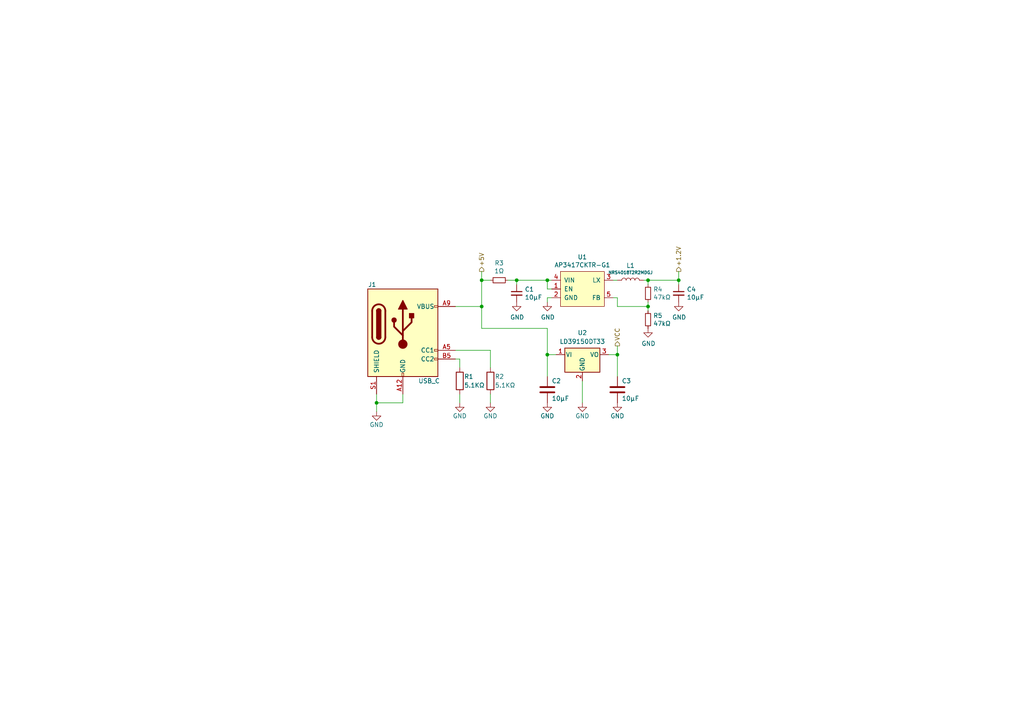
<source format=kicad_sch>
(kicad_sch (version 20230121) (generator eeschema)
  (paper "A4")
  (lib_symbols
    (symbol "Connector:USB_C_Receptacle_PowerOnly_6P" (pin_names (offset 1.016))
      (property "Reference" "J" (at 0 16.51 0))
      (property "Value" "USB_C_Receptacle_PowerOnly_6P" (at 0 13.97 0))
      (symbol "USB_C_Receptacle_PowerOnly_6P_0_0"
        (rectangle (start -0.254 -12.7) (end 0.254 -11.684))
        (rectangle (start 10.16 -7.366) (end 9.144 -7.874))
        (rectangle (start 10.16 -4.826) (end 9.144 -5.334))
        (rectangle (start 10.16 7.874) (end 9.144 7.366))
      )
      (symbol "USB_C_Receptacle_PowerOnly_6P_0_1"
        (rectangle (start -10.16 12.7) (end 10.16 -12.7) (stroke (width 0.254)) (fill (type background)))
        (arc (start -8.89 -1.27) (mid -6.985 -3.1667) (end -5.08 -1.27) (stroke (width 0.508)))
        (arc (start -7.62 -1.27) (mid -6.985 -1.9023) (end -6.35 -1.27) (stroke (width 0.254)))
        (arc (start -7.62 -1.27) (mid -6.985 -1.9023) (end -6.35 -1.27) (stroke (width 0.254)) (fill (type outline)))
        (rectangle (start -7.62 -1.27) (end -6.35 6.35) (stroke (width 0.254)) (fill (type outline)))
        (arc (start -6.35 6.35) (mid -6.985 6.9823) (end -7.62 6.35) (stroke (width 0.254)))
        (arc (start -6.35 6.35) (mid -6.985 6.9823) (end -7.62 6.35) (stroke (width 0.254)) (fill (type outline)))
        (arc (start -5.08 6.35) (mid -6.985 8.2467) (end -8.89 6.35) (stroke (width 0.508)))
        (circle (center -2.54 3.683) (radius 0.635) (stroke (width 0.254)) (fill (type outline)))
        (circle (center 0 -3.302) (radius 1.27) (fill (type outline)))
        (polyline (pts (xy -8.89 -1.27) (xy -8.89 6.35)) (stroke (width 0.508)))
        (polyline (pts (xy -5.08 6.35) (xy -5.08 -1.27)) (stroke (width 0.508)))
        (polyline (pts (xy 0 -3.302) (xy 0 6.858)) (stroke (width 0.508)))
        (polyline (pts (xy 0 -0.762) (xy -2.54 1.778) (xy -2.54 3.048)) (stroke (width 0.508)))
        (polyline (pts (xy 0 0.508) (xy 2.54 3.048) (xy 2.54 4.318)) (stroke (width 0.508)))
        (polyline (pts (xy -1.27 6.858) (xy 0 9.398) (xy 1.27 6.858) (xy -1.27 6.858)) (stroke (width 0.254)) (fill (type outline)))
        (rectangle (start 1.905 4.318) (end 3.175 5.588) (stroke (width 0.254)) (fill (type outline)))
      )
      (symbol "USB_C_Receptacle_PowerOnly_6P_1_1"
        (pin passive line (at 0 -17.78 90) (length 5.08) (name "GND") (number "A12"))
        (pin bidirectional line (at 15.24 -5.08 180) (length 5.08) (name "CC1") (number "A5"))
        (pin passive line (at 15.24 7.62 180) (length 5.08) (name "VBUS") (number "A9"))
        (pin passive line (at 0 -17.78 90) (length 5.08) hide (name "GND") (number "B12"))
        (pin bidirectional line (at 15.24 -7.62 180) (length 5.08) (name "CC2") (number "B5"))
        (pin passive line (at 15.24 7.62 180) (length 5.08) hide (name "VBUS") (number "B9"))
        (pin passive line (at -7.62 -17.78 90) (length 5.08) (name "SHIELD") (number "S1"))
      )
    )
    (symbol "Device:C" (pin_numbers hide) (pin_names (offset 0.254))
      (property "Reference" "C" (at 0.635 2.54 0))
      (property "Value" "C" (at 0.635 -2.54 0))
      (symbol "C_0_1"
        (polyline (pts (xy -2.032 -0.762) (xy 2.032 -0.762)) (stroke (width 0.508)))
        (polyline (pts (xy -2.032 0.762) (xy 2.032 0.762)) (stroke (width 0.508)))
      )
      (symbol "C_1_1"
        (pin passive line (at 0 3.81 270) (length 2.794) (name "~") (number "1"))
        (pin passive line (at 0 -3.81 90) (length 2.794) (name "~") (number "2"))
      )
    )
    (symbol "Device:C_Small" (pin_numbers hide) (pin_names (offset 0.254) hide)
      (property "Reference" "C" (at 0.254 1.778 0))
      (property "Value" "C_Small" (at 0.254 -2.032 0))
      (symbol "C_Small_0_1"
        (polyline (pts (xy -1.524 -0.508) (xy 1.524 -0.508)) (stroke (width 0.3302)))
        (polyline (pts (xy -1.524 0.508) (xy 1.524 0.508)) (stroke (width 0.3048)))
      )
      (symbol "C_Small_1_1"
        (pin passive line (at 0 2.54 270) (length 2.032) (name "~") (number "1"))
        (pin passive line (at 0 -2.54 90) (length 2.032) (name "~") (number "2"))
      )
    )
    (symbol "Device:L" (pin_numbers hide) (pin_names (offset 1.016) hide)
      (property "Reference" "L" (at -1.27 0 90))
      (property "Value" "L" (at 1.905 0 90))
      (symbol "L_0_1"
        (arc (start 0 -2.54) (mid 0.6323 -1.905) (end 0 -1.27))
        (arc (start 0 -1.27) (mid 0.6323 -0.635) (end 0 0))
        (arc (start 0 0) (mid 0.6323 0.635) (end 0 1.27))
        (arc (start 0 1.27) (mid 0.6323 1.905) (end 0 2.54))
      )
      (symbol "L_1_1"
        (pin passive line (at 0 3.81 270) (length 1.27) (name "1") (number "1"))
        (pin passive line (at 0 -3.81 90) (length 1.27) (name "2") (number "2"))
      )
    )
    (symbol "Device:R" (pin_numbers hide) (pin_names (offset 0))
      (property "Reference" "R" (at 2.032 0 90))
      (property "Value" "R" (at 0 0 90))
      (symbol "R_0_1"
        (rectangle (start -1.016 -2.54) (end 1.016 2.54) (stroke (width 0.254)))
      )
      (symbol "R_1_1"
        (pin passive line (at 0 3.81 270) (length 1.27) (name "~") (number "1"))
        (pin passive line (at 0 -3.81 90) (length 1.27) (name "~") (number "2"))
      )
    )
    (symbol "Device:R_Small" (pin_numbers hide) (pin_names (offset 0.254) hide)
      (property "Reference" "R" (at 0.762 0.508 0))
      (property "Value" "R_Small" (at 0.762 -1.016 0))
      (symbol "R_Small_0_1"
        (rectangle (start -0.762 1.778) (end 0.762 -1.778) (stroke (width 0.2032)))
      )
      (symbol "R_Small_1_1"
        (pin passive line (at 0 2.54 270) (length 0.762) (name "~") (number "1"))
        (pin passive line (at 0 -2.54 90) (length 0.762) (name "~") (number "2"))
      )
    )
    (symbol "Regulator_Linear:LD39150DT33" (pin_names (offset 0.254))
      (property "Reference" "U" (at -3.81 3.175 0))
      (property "Value" "LD39150DT33" (at 0 3.175 0))
      (symbol "LD39150DT33_0_1"
        (rectangle (start -5.08 -5.08) (end 5.08 1.905) (stroke (width 0.254)) (fill (type background)))
      )
      (symbol "LD39150DT33_1_1"
        (pin power_in line (at -7.62 0 0) (length 2.54) (name "VI") (number "1"))
        (pin power_in line (at 0 -7.62 90) (length 2.54) (name "GND") (number "2"))
        (pin power_out line (at 7.62 0 180) (length 2.54) (name "VO") (number "3"))
      )
    )
    (symbol "power:GND" (power) (pin_names (offset 0))
      (property "Value" "GND" (at 0 -3.81 0))
      (symbol "GND_0_1"
        (polyline (pts (xy 0 0) (xy 0 -1.27) (xy 1.27 -1.27) (xy 0 -2.54) (xy -1.27 -1.27) (xy 0 -1.27)))
      )
      (symbol "GND_1_1"
        (pin power_in line (at 0 0 270) (length 0) hide (name "GND") (number "1"))
      )
    )
    (symbol "vera-module:AP3417CKTR-G1" (pin_names (offset 1.016))
      (property "Reference" "U" (at 6.35 3.81 0))
      (property "Value" "AP3417CKTR-G1" (at 6.35 1.27 0))
      (symbol "AP3417CKTR-G1_0_1"
        (rectangle (start 0 0) (end 12.7 -10.16) (fill (type background)))
      )
      (symbol "AP3417CKTR-G1_1_1"
        (pin input line (at -2.54 -5.08 0) (length 2.54) (name "EN") (number "1"))
        (pin power_in line (at -2.54 -7.62 0) (length 2.54) (name "GND") (number "2"))
        (pin output line (at 15.24 -2.54 180) (length 2.54) (name "LX") (number "3"))
        (pin power_in line (at -2.54 -2.54 0) (length 2.54) (name "VIN") (number "4"))
        (pin input line (at 15.24 -7.62 180) (length 2.54) (name "FB") (number "5"))
      )
    )
  )
  (bus_alias "USBC" (members "D+" "D-"))
  (junction (at 109.22 116.84))
  (junction (at 139.7 81.28))
  (junction (at 187.96 81.28))
  (junction (at 158.75 81.28))
  (junction (at 196.85 81.28))
  (junction (at 149.86 81.28))
  (junction (at 187.96 88.9))
  (junction (at 179.07 102.87))
  (junction (at 158.75 102.87))
  (junction (at 139.7 88.9))
  (wire (pts (xy 133.35 104.14) (xy 133.35 106.68)))
  (wire (pts (xy 158.75 102.87) (xy 161.29 102.87)))
  (wire (pts (xy 179.07 102.87) (xy 179.07 109.22)))
  (wire (pts (xy 158.75 95.25) (xy 158.75 102.87)))
  (wire (pts (xy 149.86 81.28) (xy 147.32 81.28)))
  (wire (pts (xy 160.02 81.28) (xy 158.75 81.28)))
  (wire (pts (xy 179.07 86.36) (xy 179.07 88.9)))
  (wire (pts (xy 196.85 81.28) (xy 196.85 82.55)))
  (wire (pts (xy 109.22 114.3) (xy 109.22 116.84)))
  (wire (pts (xy 176.53 102.87) (xy 179.07 102.87)))
  (wire (pts (xy 196.85 78.74) (xy 196.85 81.28)))
  (wire (pts (xy 160.02 86.36) (xy 158.75 86.36)))
  (wire (pts (xy 109.22 116.84) (xy 116.84 116.84)))
  (wire (pts (xy 139.7 81.28) (xy 139.7 78.74)))
  (wire (pts (xy 133.35 116.84) (xy 133.35 114.3)))
  (wire (pts (xy 132.08 88.9) (xy 139.7 88.9)))
  (wire (pts (xy 187.96 88.9) (xy 187.96 87.63)))
  (wire (pts (xy 187.96 88.9) (xy 187.96 90.17)))
  (wire (pts (xy 142.24 116.84) (xy 142.24 114.3)))
  (wire (pts (xy 179.07 100.33) (xy 179.07 102.87)))
  (wire (pts (xy 158.75 102.87) (xy 158.75 109.22)))
  (wire (pts (xy 109.22 116.84) (xy 109.22 119.38)))
  (wire (pts (xy 187.96 81.28) (xy 196.85 81.28)))
  (wire (pts (xy 177.8 86.36) (xy 179.07 86.36)))
  (wire (pts (xy 116.84 114.3) (xy 116.84 116.84)))
  (wire (pts (xy 142.24 101.6) (xy 142.24 106.68)))
  (wire (pts (xy 132.08 104.14) (xy 133.35 104.14)))
  (wire (pts (xy 179.07 88.9) (xy 187.96 88.9)))
  (wire (pts (xy 186.69 81.28) (xy 187.96 81.28)))
  (wire (pts (xy 139.7 81.28) (xy 139.7 88.9)))
  (wire (pts (xy 132.08 101.6) (xy 142.24 101.6)))
  (wire (pts (xy 158.75 83.82) (xy 158.75 81.28)))
  (wire (pts (xy 149.86 81.28) (xy 149.86 82.55)))
  (wire (pts (xy 158.75 81.28) (xy 149.86 81.28)))
  (wire (pts (xy 139.7 88.9) (xy 139.7 95.25)))
  (wire (pts (xy 139.7 95.25) (xy 158.75 95.25)))
  (wire (pts (xy 168.91 116.84) (xy 168.91 110.49)))
  (wire (pts (xy 187.96 81.28) (xy 187.96 82.55)))
  (wire (pts (xy 142.24 81.28) (xy 139.7 81.28)))
  (wire (pts (xy 160.02 83.82) (xy 158.75 83.82)))
  (wire (pts (xy 177.8 81.28) (xy 179.07 81.28)))
  (wire (pts (xy 158.75 86.36) (xy 158.75 87.63)))
  (hierarchical_label "+1.2V" (shape output) (at 196.85 78.74 90))
  (hierarchical_label "VCC" (shape output) (at 179.07 100.33 90))
  (hierarchical_label "+5V" (shape output) (at 139.7 78.74 90))
  (symbol (lib_id "power:GND") (at 179.07 116.84 0) (unit 1)
    (property "Reference" "#PWR010" (effects hide))
    (property "Value" "GND" (at 179.07 120.65 0))
  )
  (symbol (lib_id "Device:R") (at 133.35 110.49 0) (unit 1)
    (property "Reference" "R1" (at 134.62 109.2199 0) (effects (justify left)))
    (property "Value" "5.1KΩ" (at 134.62 111.7599 0) (effects (justify left)))
  )
  (symbol (lib_id "Device:R") (at 142.24 110.49 0) (unit 1)
    (property "Reference" "R2" (at 143.51 109.2199 0) (effects (justify left)))
    (property "Value" "5.1KΩ" (at 143.51 111.7599 0) (effects (justify left)))
  )
  (symbol (lib_id "Device:C") (at 158.75 113.03 0) (unit 1)
    (property "Reference" "C2" (at 160.02 110.4899 0) (effects (justify left)))
    (property "Value" "10µF" (at 160.02 115.5699 0) (effects (justify left)))
  )
  (symbol (lib_id "power:GND") (at 168.91 116.84 0) (unit 1)
    (property "Reference" "#PWR08" (effects hide))
    (property "Value" "GND" (at 168.91 120.65 0))
  )
  (symbol (lib_id "power:GND") (at 133.35 116.84 0) (unit 1)
    (property "Reference" "#PWR02" (effects hide))
    (property "Value" "GND" (at 133.35 120.65 0))
  )
  (symbol (lib_id "Device:R_Small") (at 187.96 92.71 0) (unit 1)
    (property "Reference" "R5" (at 189.4586 91.5416 0) (effects (justify left)))
    (property "Value" "47kΩ" (at 189.4586 93.853 0) (effects (justify left)))
    (property "Footprint" "Resistor_SMD:R_0603_1608Metric" (effects hide))
    (instances (project "Revision 2" (path "" (reference "R5") (unit 1)) (path "" (reference "R22") (unit 1)) (path "" (reference "R5") (unit 1))) (project "vera-module-rev4" (path "" (reference "R20") (unit 1))))
  )
  (symbol (lib_id "power:GND") (at 158.75 87.63 0) (unit 1)
    (property "Reference" "#PWR06" (effects hide))
    (property "Value" "GND" (at 158.877 92.0242 0))
    (instances (project "Revision 2" (path "" (reference "#PWR06") (unit 1)) (path "" (reference "#PWR056") (unit 1)) (path "" (reference "#PWR06") (unit 1))) (project "vera-module-rev4" (path "" (reference "#PWR052") (unit 1))))
  )
  (symbol (lib_id "Device:C") (at 179.07 113.03 0) (unit 1)
    (property "Reference" "C3" (at 180.34 110.4899 0) (effects (justify left)))
    (property "Value" "10µF" (at 180.34 115.5699 0) (effects (justify left)))
  )
  (symbol (lib_id "power:GND") (at 187.96 95.25 0) (unit 1)
    (property "Reference" "#PWR011" (effects hide))
    (property "Value" "GND" (at 188.087 99.6442 0))
    (instances (project "Revision 2" (path "" (reference "#PWR011") (unit 1)) (path "" (reference "#PWR057") (unit 1)) (path "" (reference "#PWR011") (unit 1))) (project "vera-module-rev4" (path "" (reference "#PWR058") (unit 1))))
  )
  (symbol (lib_id "Device:R_Small") (at 187.96 85.09 0) (unit 1)
    (property "Reference" "R4" (at 189.4586 83.9216 0) (effects (justify left)))
    (property "Value" "47kΩ" (at 189.4586 86.233 0) (effects (justify left)))
    (property "Footprint" "Resistor_SMD:R_0603_1608Metric" (effects hide))
    (instances (project "Revision 2" (path "" (reference "R4") (unit 1)) (path "" (reference "R21") (unit 1)) (path "" (reference "R4") (unit 1))) (project "vera-module-rev4" (path "" (reference "R19") (unit 1))))
  )
  (symbol (lib_id "power:GND") (at 109.22 119.38 0) (unit 1)
    (property "Reference" "#PWR01" (effects hide))
    (property "Value" "GND" (at 109.22 123.19 0))
  )
  (symbol (lib_id "Regulator_Linear:LD39150DT33") (at 168.91 102.87 0) (unit 1)
    (property "Reference" "U2" (at 168.91 96.52 0))
    (property "Value" "LD39150DT33" (at 168.91 99.06 0))
    (property "Footprint" "Package_TO_SOT_SMD:TO-252-3_TabPin2" (effects hide))
    (property "Datasheet" "https://www.st.com/resource/en/datasheet/ld39150.pdf" (effects hide))
  )
  (symbol (lib_id "power:GND") (at 142.24 116.84 0) (unit 1)
    (property "Reference" "#PWR04" (effects hide))
    (property "Value" "GND" (at 142.24 120.65 0))
  )
  (symbol (lib_id "Device:C_Small") (at 196.85 85.09 0) (unit 1)
    (property "Reference" "C4" (at 199.1868 83.9216 0) (effects (justify left)))
    (property "Value" "10µF" (at 199.1868 86.233 0) (effects (justify left)))
    (property "Footprint" "Capacitor_SMD:C_0805_2012Metric" (effects hide))
    (instances (project "Revision 2" (path "" (reference "C4") (unit 1)) (path "" (reference "C22") (unit 1)) (path "" (reference "C4") (unit 1))) (project "vera-module-rev4" (path "" (reference "C24") (unit 1))))
  )
  (symbol (lib_id "power:GND") (at 149.86 87.63 0) (unit 1)
    (property "Reference" "#PWR05" (effects hide))
    (property "Value" "GND" (at 149.987 92.0242 0))
    (instances (project "Revision 2" (path "" (reference "#PWR05") (unit 1)) (path "" (reference "#PWR053") (unit 1)) (path "" (reference "#PWR05") (unit 1))) (project "vera-module-rev4" (path "" (reference "#PWR051") (unit 1))))
  )
  (symbol (lib_id "Device:C_Small") (at 149.86 85.09 0) (unit 1)
    (property "Reference" "C1" (at 152.1968 83.9216 0) (effects (justify left)))
    (property "Value" "10µF" (at 152.1968 86.233 0) (effects (justify left)))
    (property "Footprint" "Capacitor_SMD:C_0805_2012Metric" (effects hide))
    (instances (project "Revision 2" (path "" (reference "C1") (unit 1)) (path "" (reference "C21") (unit 1)) (path "" (reference "C1") (unit 1))) (project "vera-module-rev4" (path "" (reference "C23") (unit 1))))
  )
  (symbol (lib_id "Connector:USB_C_Receptacle_PowerOnly_6P") (at 116.84 96.52 0) (unit 1)
    (property "Reference" "J1" (at 107.95 82.55 0))
    (property "Value" "USB_C" (at 124.46 110.49 0))
    (property "Datasheet" "https://www.usb.org/sites/default/files/documents/usb_type-c.zip" (effects hide))
  )
  (symbol (lib_id "power:GND") (at 158.75 116.84 0) (unit 1)
    (property "Reference" "#PWR07" (effects hide))
    (property "Value" "GND" (at 158.75 120.65 0))
  )
  (symbol (lib_id "Device:L") (at 182.88 81.28 90) (unit 1)
    (property "Reference" "L1" (at 182.88 77.0128 90))
    (property "Value" "NRS4018T2R2MDGJ" (at 182.88 79.0448 90) (effects (font (size 0.889 0.889))))
    (property "Footprint" "Inductor_SMD:L_Bourns-SRN4018" (effects hide))
  )
  (symbol (lib_id "vera-module:AP3417CKTR-G1") (at 162.56 78.74 0) (unit 1)
    (property "Reference" "U1" (at 168.91 74.549 0))
    (property "Value" "AP3417CKTR-G1" (at 168.91 76.8604 0))
    (property "Footprint" "Package_TO_SOT_SMD:SOT-23-5" (effects hide))
    (instances (project "Revision 2" (path "" (reference "U1") (unit 1)) (path "" (reference "U3") (unit 1)) (path "" (reference "U1") (unit 1))) (project "vera-module-rev4" (path "" (reference "U9") (unit 1))))
  )
  (symbol (lib_id "power:GND") (at 196.85 87.63 0) (unit 1)
    (property "Reference" "#PWR013" (effects hide))
    (property "Value" "GND" (at 196.977 92.0242 0))
    (instances (project "Revision 2" (path "" (reference "#PWR013") (unit 1)) (path "" (reference "#PWR059") (unit 1)) (path "" (reference "#PWR013") (unit 1))) (project "vera-module-rev4" (path "" (reference "#PWR053") (unit 1))))
  )
  (symbol (lib_id "Device:R_Small") (at 144.78 81.28 270) (unit 1)
    (property "Reference" "R3" (at 144.78 76.3016 90))
    (property "Value" "1Ω" (at 144.78 78.613 90))
    (property "Footprint" "Resistor_SMD:R_0603_1608Metric" (effects hide))
    (instances (project "Revision 2" (path "" (reference "R3") (unit 1)) (path "" (reference "R20") (unit 1)) (path "" (reference "R3") (unit 1))) (project "vera-module-rev4" (path "" (reference "R17") (unit 1))))
  )
)
</source>
